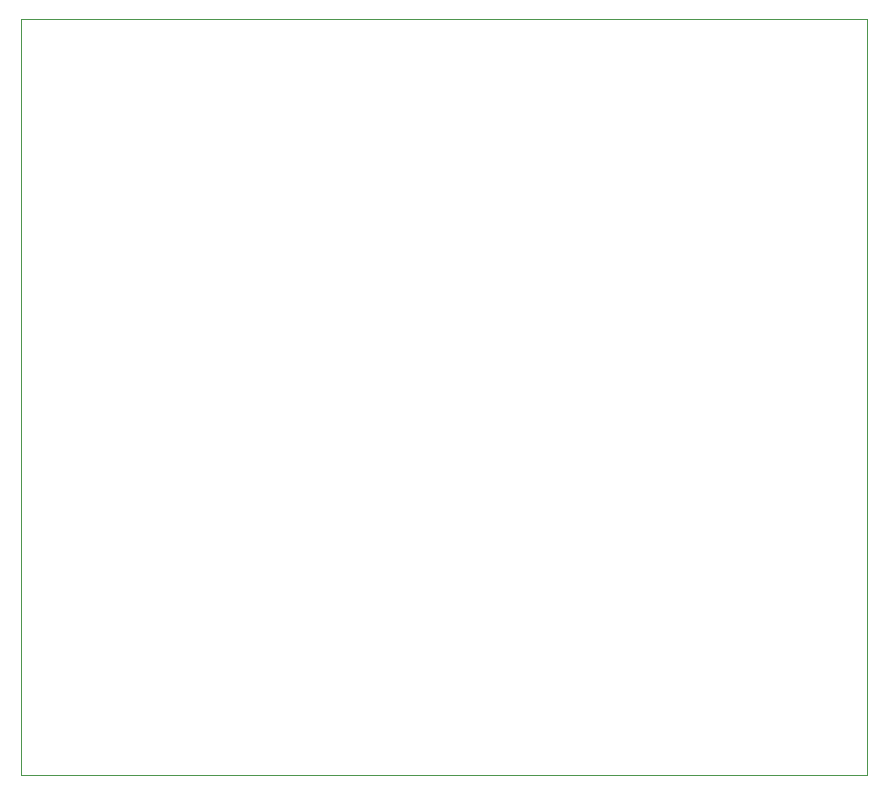
<source format=gbr>
%TF.GenerationSoftware,KiCad,Pcbnew,(5.1.6)-1*%
%TF.CreationDate,2020-07-01T11:52:29+01:00*%
%TF.ProjectId,QO100_Control_V2,514f3130-305f-4436-9f6e-74726f6c5f56,rev?*%
%TF.SameCoordinates,Original*%
%TF.FileFunction,Profile,NP*%
%FSLAX46Y46*%
G04 Gerber Fmt 4.6, Leading zero omitted, Abs format (unit mm)*
G04 Created by KiCad (PCBNEW (5.1.6)-1) date 2020-07-01 11:52:29*
%MOMM*%
%LPD*%
G01*
G04 APERTURE LIST*
%TA.AperFunction,Profile*%
%ADD10C,0.050000*%
%TD*%
G04 APERTURE END LIST*
D10*
X107950000Y-134112000D02*
X107950000Y-70104000D01*
X179578000Y-134112000D02*
X107950000Y-134112000D01*
X179578000Y-70104000D02*
X179578000Y-134112000D01*
X107950000Y-70104000D02*
X179578000Y-70104000D01*
M02*

</source>
